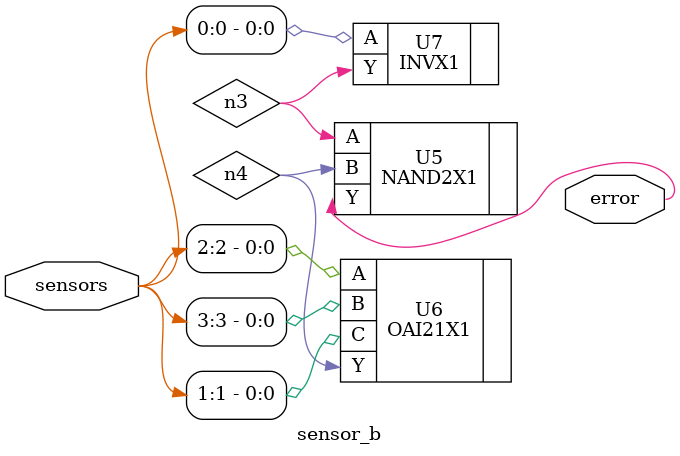
<source format=v>

module sensor_b ( sensors, error );
  input [3:0] sensors;
  output error;
  wire   n3, n4;

  NAND2X1 U5 ( .A(n3), .B(n4), .Y(error) );
  OAI21X1 U6 ( .A(sensors[2]), .B(sensors[3]), .C(sensors[1]), .Y(n4) );
  INVX1 U7 ( .A(sensors[0]), .Y(n3) );
endmodule


</source>
